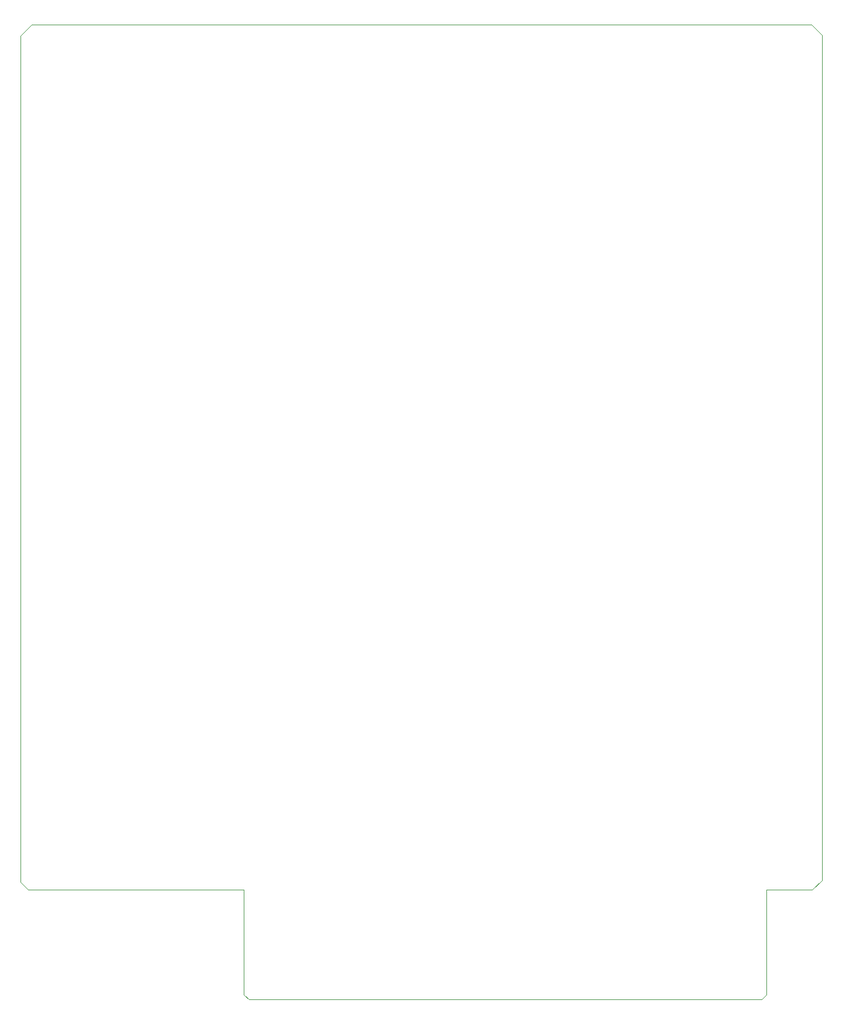
<source format=gko>
G04*
G04 #@! TF.GenerationSoftware,Altium Limited,Altium Designer,23.6.0 (18)*
G04*
G04 Layer_Color=16711935*
%FSLAX44Y44*%
%MOMM*%
G71*
G04*
G04 #@! TF.SameCoordinates,95C8D77B-5923-4534-9A55-EAB02A08894E*
G04*
G04*
G04 #@! TF.FilePolarity,Positive*
G04*
G01*
G75*
%ADD11C,0.1000*%
D11*
X2716250Y336250D02*
X2730000Y350000D01*
X2643000Y178000D02*
X2650000Y185000D01*
X1902000Y178000D02*
X2643000D01*
X2650000Y185000D02*
Y336250D01*
X2682375D01*
X2730000Y1570000D02*
X2730000Y350000D01*
X2715000Y1585000D02*
X2730000Y1570000D01*
X1895000Y185000D02*
X1902000Y178000D01*
X1895000Y185000D02*
Y336000D01*
X1583000Y336000D02*
X1895000Y336000D01*
X1588000Y1585000D02*
X2715000Y1585000D01*
X1572000Y347000D02*
X1583000Y336000D01*
X1572000Y1569000D02*
X1572000Y347000D01*
X1572000Y1569000D02*
X1588000Y1585000D01*
X2682375Y336250D02*
X2716250D01*
M02*

</source>
